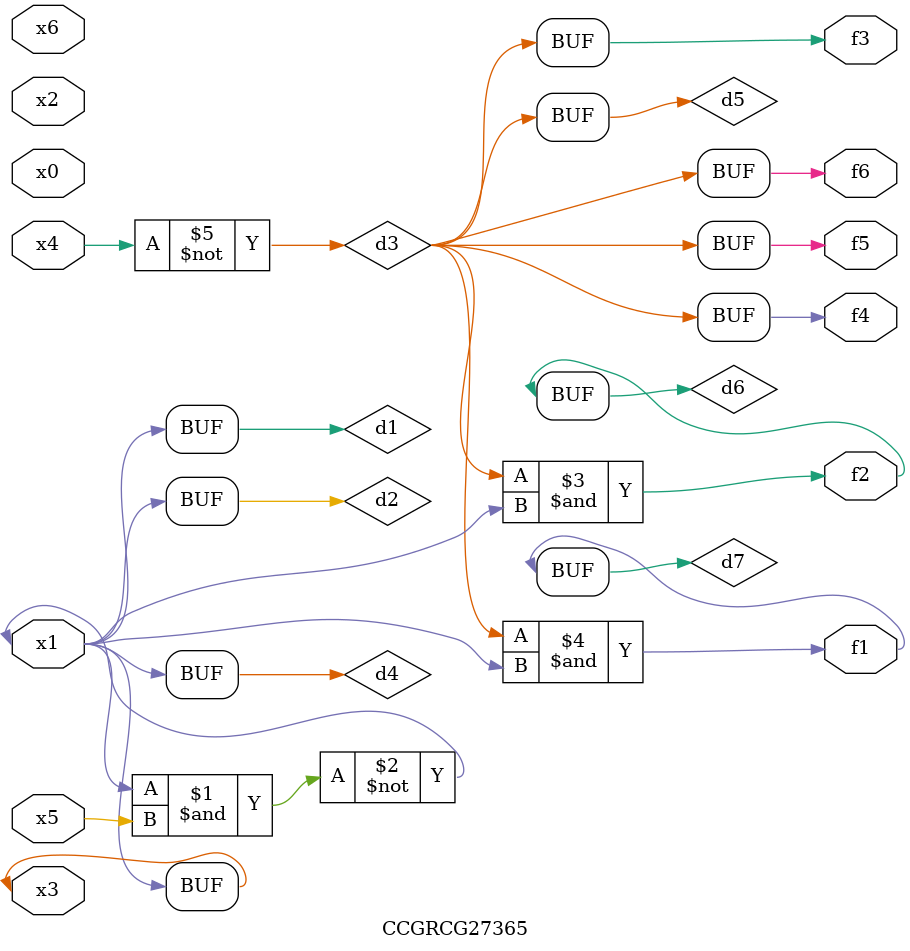
<source format=v>
module CCGRCG27365(
	input x0, x1, x2, x3, x4, x5, x6,
	output f1, f2, f3, f4, f5, f6
);

	wire d1, d2, d3, d4, d5, d6, d7;

	buf (d1, x1, x3);
	nand (d2, x1, x5);
	not (d3, x4);
	buf (d4, d1, d2);
	buf (d5, d3);
	and (d6, d3, d4);
	and (d7, d3, d4);
	assign f1 = d7;
	assign f2 = d6;
	assign f3 = d5;
	assign f4 = d5;
	assign f5 = d5;
	assign f6 = d5;
endmodule

</source>
